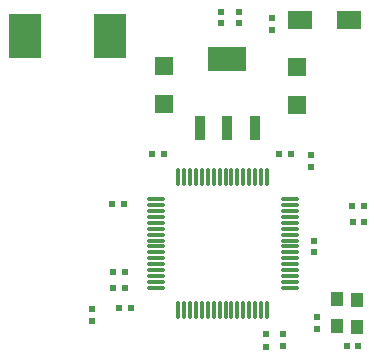
<source format=gtp>
G04*
G04 #@! TF.GenerationSoftware,Altium Limited,Altium Designer,20.0.13 (296)*
G04*
G04 Layer_Color=8421504*
%FSLAX44Y44*%
%MOMM*%
G71*
G01*
G75*
%ADD16R,0.5000X0.6000*%
%ADD17R,0.6000X0.5000*%
%ADD18R,1.6000X1.6000*%
G04:AMPARAMS|DCode=19|XSize=1.47mm|YSize=0.28mm|CornerRadius=0.035mm|HoleSize=0mm|Usage=FLASHONLY|Rotation=0.000|XOffset=0mm|YOffset=0mm|HoleType=Round|Shape=RoundedRectangle|*
%AMROUNDEDRECTD19*
21,1,1.4700,0.2100,0,0,0.0*
21,1,1.4000,0.2800,0,0,0.0*
1,1,0.0700,0.7000,-0.1050*
1,1,0.0700,-0.7000,-0.1050*
1,1,0.0700,-0.7000,0.1050*
1,1,0.0700,0.7000,0.1050*
%
%ADD19ROUNDEDRECTD19*%
G04:AMPARAMS|DCode=20|XSize=1.47mm|YSize=0.28mm|CornerRadius=0.035mm|HoleSize=0mm|Usage=FLASHONLY|Rotation=270.000|XOffset=0mm|YOffset=0mm|HoleType=Round|Shape=RoundedRectangle|*
%AMROUNDEDRECTD20*
21,1,1.4700,0.2100,0,0,270.0*
21,1,1.4000,0.2800,0,0,270.0*
1,1,0.0700,-0.1050,-0.7000*
1,1,0.0700,-0.1050,0.7000*
1,1,0.0700,0.1050,0.7000*
1,1,0.0700,0.1050,-0.7000*
%
%ADD20ROUNDEDRECTD20*%
%ADD21R,2.1200X1.5000*%
%ADD22R,2.7940X3.8100*%
%ADD23R,0.9500X2.1500*%
%ADD24R,3.2500X2.1500*%
%ADD25R,1.1000X1.2500*%
D16*
X99250Y547250D02*
D03*
X109500D02*
D03*
X110500Y489750D02*
D03*
X100250D02*
D03*
X100500Y475750D02*
D03*
X110750D02*
D03*
X241000Y589250D02*
D03*
X251250D02*
D03*
X312750Y545250D02*
D03*
X302500D02*
D03*
X143750Y589000D02*
D03*
X133500D02*
D03*
X303000Y531500D02*
D03*
X313000D02*
D03*
X105500Y458500D02*
D03*
X115500D02*
D03*
X308000Y427000D02*
D03*
X298000D02*
D03*
D17*
X234750Y704000D02*
D03*
Y694000D02*
D03*
X229500Y436500D02*
D03*
Y426250D02*
D03*
X207000Y699750D02*
D03*
Y709750D02*
D03*
X191500D02*
D03*
Y699750D02*
D03*
X267750Y578250D02*
D03*
Y588500D02*
D03*
X244500Y436750D02*
D03*
Y426500D02*
D03*
X270250Y506000D02*
D03*
Y516000D02*
D03*
X273000Y451000D02*
D03*
Y441000D02*
D03*
X82250Y458000D02*
D03*
Y448000D02*
D03*
D18*
X255750Y630750D02*
D03*
Y662750D02*
D03*
X143500Y632000D02*
D03*
Y664000D02*
D03*
D19*
X136300Y551000D02*
D03*
Y546000D02*
D03*
Y541000D02*
D03*
Y536000D02*
D03*
Y531000D02*
D03*
Y526000D02*
D03*
Y521000D02*
D03*
Y516000D02*
D03*
Y511000D02*
D03*
Y506000D02*
D03*
Y501000D02*
D03*
Y496000D02*
D03*
Y491000D02*
D03*
Y486000D02*
D03*
Y481000D02*
D03*
Y476000D02*
D03*
X249700D02*
D03*
Y481000D02*
D03*
Y486000D02*
D03*
Y491000D02*
D03*
Y496000D02*
D03*
Y501000D02*
D03*
Y506000D02*
D03*
Y511000D02*
D03*
Y516000D02*
D03*
Y521000D02*
D03*
Y526000D02*
D03*
Y531000D02*
D03*
Y536000D02*
D03*
Y541000D02*
D03*
Y546000D02*
D03*
Y551000D02*
D03*
D20*
X230500Y570200D02*
D03*
X225500D02*
D03*
X220500D02*
D03*
X215500D02*
D03*
X210500D02*
D03*
X205500D02*
D03*
X200500D02*
D03*
X195500D02*
D03*
X190500D02*
D03*
X185500D02*
D03*
X180500D02*
D03*
X175500D02*
D03*
X170500D02*
D03*
X165500D02*
D03*
X160500D02*
D03*
X155500D02*
D03*
Y456800D02*
D03*
X160500D02*
D03*
X165500D02*
D03*
X170500D02*
D03*
X175500D02*
D03*
X180500D02*
D03*
X185500D02*
D03*
X190500D02*
D03*
X195500D02*
D03*
X200500D02*
D03*
X205500D02*
D03*
X210500D02*
D03*
X215500D02*
D03*
X220500D02*
D03*
X225500D02*
D03*
X230500D02*
D03*
D21*
X300400Y702500D02*
D03*
X258100D02*
D03*
D22*
X26065Y689250D02*
D03*
X97435D02*
D03*
D23*
X174000Y611500D02*
D03*
X197000D02*
D03*
X220000D02*
D03*
D24*
X197000Y669500D02*
D03*
D25*
X306500Y443000D02*
D03*
Y466000D02*
D03*
X290250Y443250D02*
D03*
Y466250D02*
D03*
M02*

</source>
